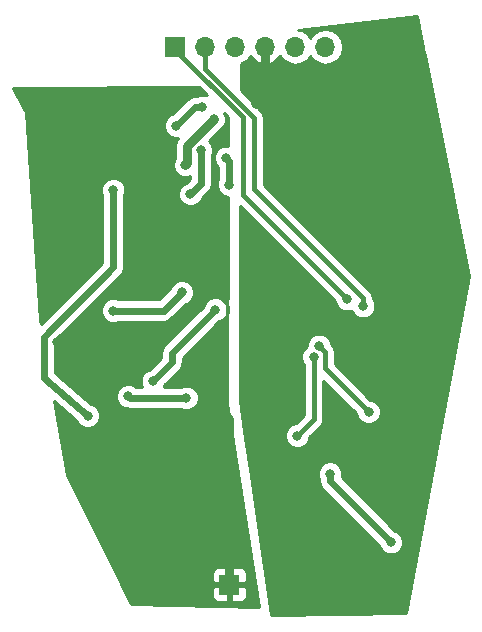
<source format=gbr>
G04 #@! TF.GenerationSoftware,KiCad,Pcbnew,no-vcs-found*
G04 #@! TF.CreationDate,2018-07-23T22:45:22+02:00*
G04 #@! TF.ProjectId,earthboot_withnewsoldermask,6561727468626F6F745F776974686E65,rev?*
G04 #@! TF.SameCoordinates,Original
G04 #@! TF.FileFunction,Copper,L2,Bot,Signal*
G04 #@! TF.FilePolarity,Positive*
%FSLAX46Y46*%
G04 Gerber Fmt 4.6, Leading zero omitted, Abs format (unit mm)*
G04 Created by KiCad (PCBNEW no-vcs-found) date Mon Jul 23 22:45:22 2018*
%MOMM*%
%LPD*%
G01*
G04 APERTURE LIST*
%ADD10R,1.700000X1.700000*%
%ADD11O,1.700000X1.700000*%
%ADD12C,0.800000*%
%ADD13C,0.600000*%
%ADD14C,0.800000*%
%ADD15C,0.400000*%
%ADD16C,0.254000*%
G04 APERTURE END LIST*
D10*
X76581000Y-71691500D03*
X72009000Y-26136600D03*
D11*
X74549000Y-26136600D03*
X77089000Y-26136600D03*
X79629000Y-26136600D03*
X82169000Y-26136600D03*
X84709000Y-26136600D03*
D12*
X72948800Y-55854600D03*
X68008500Y-55714900D03*
X86238400Y-36898900D03*
X81762600Y-32270700D03*
X89763600Y-47967900D03*
X91592400Y-47510700D03*
X92925900Y-42100500D03*
X92964000Y-40157400D03*
X84201000Y-38328600D03*
X81953100Y-39052500D03*
X79476600Y-47815500D03*
X79171800Y-56235600D03*
X80810100Y-55816500D03*
X78867000Y-30937200D03*
X66751200Y-38252400D03*
X64592200Y-57365900D03*
X74180700Y-34874200D03*
X73291700Y-38608000D03*
X74295000Y-31216600D03*
X72097900Y-32816800D03*
X65493900Y-63931800D03*
X68618100Y-65151000D03*
X61696600Y-47244000D03*
X67322700Y-51777900D03*
X66167000Y-31457900D03*
X63842900Y-31572200D03*
X67589400Y-53835300D03*
X66636900Y-62636400D03*
X61988700Y-51168300D03*
X67398900Y-50711100D03*
X73761600Y-54825900D03*
X83718400Y-52387500D03*
X82334100Y-59055000D03*
X85102700Y-62280800D03*
X90271600Y-68084700D03*
X86563200Y-47510700D03*
X87922100Y-48094900D03*
X75260200Y-32283400D03*
X72821800Y-36144200D03*
X76555600Y-37807900D03*
X76301600Y-35534600D03*
X75399900Y-48387000D03*
X70104000Y-54444900D03*
X72567800Y-46913800D03*
X66725800Y-48463200D03*
X84188300Y-51447700D03*
X88366600Y-57035700D03*
D13*
X68148200Y-55854600D02*
X72948800Y-55854600D01*
X68008500Y-55714900D02*
X68148200Y-55854600D01*
D14*
X86238400Y-36898900D02*
X86220300Y-36880800D01*
X79629000Y-26136600D02*
X79629000Y-30175200D01*
X79629000Y-30175200D02*
X78867000Y-30937200D01*
D13*
X66751200Y-44805600D02*
X66751200Y-38252400D01*
X60883800Y-50673000D02*
X66751200Y-44805600D01*
X60883800Y-54178200D02*
X60883800Y-50673000D01*
X64592200Y-57365900D02*
X60883800Y-54178200D01*
X74180700Y-37719000D02*
X74180700Y-34874200D01*
X73291700Y-38608000D02*
X74180700Y-37719000D01*
X73698100Y-31216600D02*
X74295000Y-31216600D01*
X72097900Y-32816800D02*
X73698100Y-31216600D01*
D14*
X65493900Y-63931800D02*
X65659000Y-63931800D01*
X66878200Y-65151000D02*
X68618100Y-65151000D01*
X65659000Y-63931800D02*
X66878200Y-65151000D01*
X61772800Y-47688500D02*
X61772800Y-47320200D01*
X61772800Y-47320200D02*
X61696600Y-47244000D01*
X67322700Y-51777900D02*
X67335400Y-51777900D01*
X66268600Y-33896300D02*
X66268600Y-31559500D01*
X66268600Y-31559500D02*
X66167000Y-31457900D01*
X63842900Y-31572200D02*
X63817500Y-31572200D01*
D13*
X66751200Y-54673500D02*
X67589400Y-53835300D01*
X66751200Y-62522100D02*
X66751200Y-54673500D01*
X66636900Y-62636400D02*
X66751200Y-62522100D01*
D14*
X61988700Y-51168300D02*
X62445900Y-50711100D01*
X62445900Y-50711100D02*
X67398900Y-50711100D01*
X76581000Y-71691500D02*
X76581000Y-57645300D01*
X76581000Y-57645300D02*
X73761600Y-54825900D01*
D15*
X83718400Y-57670700D02*
X83718400Y-52387500D01*
X82334100Y-59055000D02*
X83718400Y-57670700D01*
D13*
X85102700Y-62915800D02*
X85102700Y-62280800D01*
X90271600Y-68084700D02*
X85102700Y-62915800D01*
D15*
X77724000Y-32118300D02*
X72009000Y-26403300D01*
X77724000Y-38671500D02*
X77724000Y-32118300D01*
X86563200Y-47510700D02*
X77724000Y-38671500D01*
X72009000Y-26403300D02*
X72009000Y-26136600D01*
X74549000Y-26136600D02*
X74549000Y-28003500D01*
X87922100Y-47409100D02*
X87922100Y-48094900D01*
X78676500Y-38163500D02*
X87922100Y-47409100D01*
X78676500Y-32131000D02*
X78676500Y-38163500D01*
X74549000Y-28003500D02*
X78676500Y-32131000D01*
D14*
X73012300Y-34531300D02*
X75260200Y-32283400D01*
X73012300Y-35953700D02*
X73012300Y-34531300D01*
X72821800Y-36144200D02*
X73012300Y-35953700D01*
D13*
X76555600Y-35788600D02*
X76555600Y-37807900D01*
X76301600Y-35534600D02*
X76555600Y-35788600D01*
X71704200Y-52082700D02*
X75399900Y-48387000D01*
X71704200Y-52844700D02*
X71704200Y-52082700D01*
X70104000Y-54444900D02*
X71704200Y-52844700D01*
X72567800Y-46913800D02*
X71018400Y-48463200D01*
X71018400Y-48463200D02*
X66725800Y-48463200D01*
D15*
X84696300Y-51955700D02*
X84188300Y-51447700D01*
X84696300Y-53365400D02*
X84696300Y-51955700D01*
X88366600Y-57035700D02*
X84696300Y-53365400D01*
D16*
G36*
X93065054Y-26702551D02*
X93084140Y-26748281D01*
X93119274Y-26783225D01*
X93151704Y-26796555D01*
X96860584Y-45517571D01*
X91550021Y-74106102D01*
X80119598Y-74280612D01*
X78401904Y-62485771D01*
X84067521Y-62485771D01*
X84167700Y-62728224D01*
X84167700Y-62915800D01*
X84238873Y-63273609D01*
X84441555Y-63576945D01*
X89294258Y-68429647D01*
X89393658Y-68670215D01*
X89684554Y-68961619D01*
X90064823Y-69119520D01*
X90476571Y-69119879D01*
X90857115Y-68962642D01*
X91148519Y-68671746D01*
X91306420Y-68291477D01*
X91306779Y-67879729D01*
X91149542Y-67499185D01*
X90858646Y-67207781D01*
X90616368Y-67107179D01*
X86096223Y-62587033D01*
X86137520Y-62487577D01*
X86137879Y-62075829D01*
X85980642Y-61695285D01*
X85689746Y-61403881D01*
X85309477Y-61245980D01*
X84897729Y-61245621D01*
X84517185Y-61402858D01*
X84225781Y-61693754D01*
X84067880Y-62074023D01*
X84067521Y-62485771D01*
X78401904Y-62485771D01*
X77932127Y-59259971D01*
X81298921Y-59259971D01*
X81456158Y-59640515D01*
X81747054Y-59931919D01*
X82127323Y-60089820D01*
X82539071Y-60090179D01*
X82919615Y-59932942D01*
X83211019Y-59642046D01*
X83368920Y-59261777D01*
X83368973Y-59200995D01*
X84308834Y-58261134D01*
X84470074Y-58019821D01*
X84489839Y-57990241D01*
X84553400Y-57670700D01*
X84553400Y-54403368D01*
X87331473Y-57181441D01*
X87331421Y-57240671D01*
X87488658Y-57621215D01*
X87779554Y-57912619D01*
X88159823Y-58070520D01*
X88571571Y-58070879D01*
X88952115Y-57913642D01*
X89243519Y-57622746D01*
X89401420Y-57242477D01*
X89401779Y-56830729D01*
X89244542Y-56450185D01*
X88953646Y-56158781D01*
X88573377Y-56000880D01*
X88512595Y-56000827D01*
X85531300Y-53019532D01*
X85531300Y-51955700D01*
X85467739Y-51636159D01*
X85341815Y-51447700D01*
X85286734Y-51365265D01*
X85223427Y-51301958D01*
X85223479Y-51242729D01*
X85066242Y-50862185D01*
X84775346Y-50570781D01*
X84395077Y-50412880D01*
X83983329Y-50412521D01*
X83602785Y-50569758D01*
X83311381Y-50860654D01*
X83153480Y-51240923D01*
X83153253Y-51501142D01*
X83132885Y-51509558D01*
X82841481Y-51800454D01*
X82683580Y-52180723D01*
X82683221Y-52592471D01*
X82840458Y-52973015D01*
X82883400Y-53016032D01*
X82883400Y-57324832D01*
X82188359Y-58019873D01*
X82129129Y-58019821D01*
X81748585Y-58177058D01*
X81457181Y-58467954D01*
X81299280Y-58848223D01*
X81298921Y-59259971D01*
X77932127Y-59259971D01*
X77470256Y-56088459D01*
X77482651Y-55642226D01*
X77482700Y-55638964D01*
X77515967Y-39644335D01*
X85528073Y-47656442D01*
X85528021Y-47715671D01*
X85685258Y-48096215D01*
X85976154Y-48387619D01*
X86356423Y-48545520D01*
X86768171Y-48545879D01*
X86956429Y-48468093D01*
X87044158Y-48680415D01*
X87335054Y-48971819D01*
X87715323Y-49129720D01*
X88127071Y-49130079D01*
X88507615Y-48972842D01*
X88799019Y-48681946D01*
X88956920Y-48301677D01*
X88957279Y-47889929D01*
X88800042Y-47509385D01*
X88757100Y-47466368D01*
X88757100Y-47409100D01*
X88693539Y-47089559D01*
X88512534Y-46818666D01*
X79511500Y-37817632D01*
X79511500Y-32131000D01*
X79447939Y-31811459D01*
X79357436Y-31676012D01*
X79266934Y-31540565D01*
X77536421Y-29810052D01*
X77541099Y-27560765D01*
X77657285Y-27537654D01*
X78139054Y-27215747D01*
X78366702Y-26875047D01*
X78433817Y-27017958D01*
X78862076Y-27408245D01*
X79272110Y-27578076D01*
X79502000Y-27456755D01*
X79502000Y-26263600D01*
X79482000Y-26263600D01*
X79482000Y-26009600D01*
X79502000Y-26009600D01*
X79502000Y-25989600D01*
X79756000Y-25989600D01*
X79756000Y-26009600D01*
X79776000Y-26009600D01*
X79776000Y-26263600D01*
X79756000Y-26263600D01*
X79756000Y-27456755D01*
X79985890Y-27578076D01*
X80395924Y-27408245D01*
X80824183Y-27017958D01*
X80891298Y-26875047D01*
X81118946Y-27215747D01*
X81600715Y-27537654D01*
X82169000Y-27650693D01*
X82737285Y-27537654D01*
X83219054Y-27215747D01*
X83439000Y-26886574D01*
X83658946Y-27215747D01*
X84140715Y-27537654D01*
X84709000Y-27650693D01*
X85277285Y-27537654D01*
X85759054Y-27215747D01*
X86080961Y-26733978D01*
X86194000Y-26165693D01*
X86194000Y-26107507D01*
X86080961Y-25539222D01*
X85759054Y-25057453D01*
X85277285Y-24735546D01*
X84709000Y-24622507D01*
X84140715Y-24735546D01*
X83658946Y-25057453D01*
X83439000Y-25386626D01*
X83219054Y-25057453D01*
X82737285Y-24735546D01*
X82433982Y-24675215D01*
X92430709Y-23557934D01*
X93065054Y-26702551D01*
X93065054Y-26702551D01*
G37*
X93065054Y-26702551D02*
X93084140Y-26748281D01*
X93119274Y-26783225D01*
X93151704Y-26796555D01*
X96860584Y-45517571D01*
X91550021Y-74106102D01*
X80119598Y-74280612D01*
X78401904Y-62485771D01*
X84067521Y-62485771D01*
X84167700Y-62728224D01*
X84167700Y-62915800D01*
X84238873Y-63273609D01*
X84441555Y-63576945D01*
X89294258Y-68429647D01*
X89393658Y-68670215D01*
X89684554Y-68961619D01*
X90064823Y-69119520D01*
X90476571Y-69119879D01*
X90857115Y-68962642D01*
X91148519Y-68671746D01*
X91306420Y-68291477D01*
X91306779Y-67879729D01*
X91149542Y-67499185D01*
X90858646Y-67207781D01*
X90616368Y-67107179D01*
X86096223Y-62587033D01*
X86137520Y-62487577D01*
X86137879Y-62075829D01*
X85980642Y-61695285D01*
X85689746Y-61403881D01*
X85309477Y-61245980D01*
X84897729Y-61245621D01*
X84517185Y-61402858D01*
X84225781Y-61693754D01*
X84067880Y-62074023D01*
X84067521Y-62485771D01*
X78401904Y-62485771D01*
X77932127Y-59259971D01*
X81298921Y-59259971D01*
X81456158Y-59640515D01*
X81747054Y-59931919D01*
X82127323Y-60089820D01*
X82539071Y-60090179D01*
X82919615Y-59932942D01*
X83211019Y-59642046D01*
X83368920Y-59261777D01*
X83368973Y-59200995D01*
X84308834Y-58261134D01*
X84470074Y-58019821D01*
X84489839Y-57990241D01*
X84553400Y-57670700D01*
X84553400Y-54403368D01*
X87331473Y-57181441D01*
X87331421Y-57240671D01*
X87488658Y-57621215D01*
X87779554Y-57912619D01*
X88159823Y-58070520D01*
X88571571Y-58070879D01*
X88952115Y-57913642D01*
X89243519Y-57622746D01*
X89401420Y-57242477D01*
X89401779Y-56830729D01*
X89244542Y-56450185D01*
X88953646Y-56158781D01*
X88573377Y-56000880D01*
X88512595Y-56000827D01*
X85531300Y-53019532D01*
X85531300Y-51955700D01*
X85467739Y-51636159D01*
X85341815Y-51447700D01*
X85286734Y-51365265D01*
X85223427Y-51301958D01*
X85223479Y-51242729D01*
X85066242Y-50862185D01*
X84775346Y-50570781D01*
X84395077Y-50412880D01*
X83983329Y-50412521D01*
X83602785Y-50569758D01*
X83311381Y-50860654D01*
X83153480Y-51240923D01*
X83153253Y-51501142D01*
X83132885Y-51509558D01*
X82841481Y-51800454D01*
X82683580Y-52180723D01*
X82683221Y-52592471D01*
X82840458Y-52973015D01*
X82883400Y-53016032D01*
X82883400Y-57324832D01*
X82188359Y-58019873D01*
X82129129Y-58019821D01*
X81748585Y-58177058D01*
X81457181Y-58467954D01*
X81299280Y-58848223D01*
X81298921Y-59259971D01*
X77932127Y-59259971D01*
X77470256Y-56088459D01*
X77482651Y-55642226D01*
X77482700Y-55638964D01*
X77515967Y-39644335D01*
X85528073Y-47656442D01*
X85528021Y-47715671D01*
X85685258Y-48096215D01*
X85976154Y-48387619D01*
X86356423Y-48545520D01*
X86768171Y-48545879D01*
X86956429Y-48468093D01*
X87044158Y-48680415D01*
X87335054Y-48971819D01*
X87715323Y-49129720D01*
X88127071Y-49130079D01*
X88507615Y-48972842D01*
X88799019Y-48681946D01*
X88956920Y-48301677D01*
X88957279Y-47889929D01*
X88800042Y-47509385D01*
X88757100Y-47466368D01*
X88757100Y-47409100D01*
X88693539Y-47089559D01*
X88512534Y-46818666D01*
X79511500Y-37817632D01*
X79511500Y-32131000D01*
X79447939Y-31811459D01*
X79357436Y-31676012D01*
X79266934Y-31540565D01*
X77536421Y-29810052D01*
X77541099Y-27560765D01*
X77657285Y-27537654D01*
X78139054Y-27215747D01*
X78366702Y-26875047D01*
X78433817Y-27017958D01*
X78862076Y-27408245D01*
X79272110Y-27578076D01*
X79502000Y-27456755D01*
X79502000Y-26263600D01*
X79482000Y-26263600D01*
X79482000Y-26009600D01*
X79502000Y-26009600D01*
X79502000Y-25989600D01*
X79756000Y-25989600D01*
X79756000Y-26009600D01*
X79776000Y-26009600D01*
X79776000Y-26263600D01*
X79756000Y-26263600D01*
X79756000Y-27456755D01*
X79985890Y-27578076D01*
X80395924Y-27408245D01*
X80824183Y-27017958D01*
X80891298Y-26875047D01*
X81118946Y-27215747D01*
X81600715Y-27537654D01*
X82169000Y-27650693D01*
X82737285Y-27537654D01*
X83219054Y-27215747D01*
X83439000Y-26886574D01*
X83658946Y-27215747D01*
X84140715Y-27537654D01*
X84709000Y-27650693D01*
X85277285Y-27537654D01*
X85759054Y-27215747D01*
X86080961Y-26733978D01*
X86194000Y-26165693D01*
X86194000Y-26107507D01*
X86080961Y-25539222D01*
X85759054Y-25057453D01*
X85277285Y-24735546D01*
X84709000Y-24622507D01*
X84140715Y-24735546D01*
X83658946Y-25057453D01*
X83439000Y-25386626D01*
X83219054Y-25057453D01*
X82737285Y-24735546D01*
X82433982Y-24675215D01*
X92430709Y-23557934D01*
X93065054Y-26702551D01*
G36*
X74681053Y-30256222D02*
X74501777Y-30181780D01*
X74090029Y-30181421D01*
X73847576Y-30281600D01*
X73698105Y-30281600D01*
X73698100Y-30281599D01*
X73399656Y-30340964D01*
X73340291Y-30352773D01*
X73058404Y-30541123D01*
X73036955Y-30555455D01*
X71752952Y-31839458D01*
X71512385Y-31938858D01*
X71220981Y-32229754D01*
X71063080Y-32610023D01*
X71062721Y-33021771D01*
X71219958Y-33402315D01*
X71510854Y-33693719D01*
X71891123Y-33851620D01*
X72245375Y-33851929D01*
X72056085Y-34135223D01*
X71977299Y-34531300D01*
X71977300Y-34531305D01*
X71977300Y-35524792D01*
X71944881Y-35557154D01*
X71786980Y-35937423D01*
X71786800Y-36144196D01*
X71786799Y-36144200D01*
X71786800Y-36144204D01*
X71786621Y-36349171D01*
X71943858Y-36729715D01*
X72234754Y-37021119D01*
X72615023Y-37179020D01*
X72821796Y-37179200D01*
X72821800Y-37179201D01*
X72821804Y-37179200D01*
X73026771Y-37179379D01*
X73245700Y-37088920D01*
X73245700Y-37331710D01*
X72946752Y-37630658D01*
X72706185Y-37730058D01*
X72414781Y-38020954D01*
X72256880Y-38401223D01*
X72256521Y-38812971D01*
X72413758Y-39193515D01*
X72704654Y-39484919D01*
X73084923Y-39642820D01*
X73496671Y-39643179D01*
X73877215Y-39485942D01*
X74168619Y-39195046D01*
X74269221Y-38952769D01*
X74841845Y-38380145D01*
X75044527Y-38076809D01*
X75115700Y-37719000D01*
X75115700Y-35321371D01*
X75215520Y-35080977D01*
X75215879Y-34669229D01*
X75058642Y-34288685D01*
X74888783Y-34118529D01*
X75991417Y-33015894D01*
X76137119Y-32870446D01*
X76295020Y-32490177D01*
X76295200Y-32283404D01*
X76295201Y-32283400D01*
X76295200Y-32283396D01*
X76295379Y-32078429D01*
X76149004Y-31724173D01*
X76496154Y-32071323D01*
X76488101Y-34499762D01*
X76096629Y-34499421D01*
X75716085Y-34656658D01*
X75424681Y-34947554D01*
X75266780Y-35327823D01*
X75266421Y-35739571D01*
X75423658Y-36120115D01*
X75620600Y-36317401D01*
X75620600Y-37360729D01*
X75520780Y-37601123D01*
X75520421Y-38012871D01*
X75677658Y-38393415D01*
X75968554Y-38684819D01*
X76348823Y-38842720D01*
X76473700Y-38842829D01*
X76415901Y-56273279D01*
X76417362Y-56292915D01*
X79061427Y-73567471D01*
X68265732Y-73306284D01*
X67601215Y-71977250D01*
X75096000Y-71977250D01*
X75096000Y-72667810D01*
X75192673Y-72901199D01*
X75371302Y-73079827D01*
X75604691Y-73176500D01*
X76295250Y-73176500D01*
X76454000Y-73017750D01*
X76454000Y-71818500D01*
X76708000Y-71818500D01*
X76708000Y-73017750D01*
X76866750Y-73176500D01*
X77557309Y-73176500D01*
X77790698Y-73079827D01*
X77969327Y-72901199D01*
X78066000Y-72667810D01*
X78066000Y-71977250D01*
X77907250Y-71818500D01*
X76708000Y-71818500D01*
X76454000Y-71818500D01*
X75254750Y-71818500D01*
X75096000Y-71977250D01*
X67601215Y-71977250D01*
X66970185Y-70715190D01*
X75096000Y-70715190D01*
X75096000Y-71405750D01*
X75254750Y-71564500D01*
X76454000Y-71564500D01*
X76454000Y-70365250D01*
X76708000Y-70365250D01*
X76708000Y-71564500D01*
X77907250Y-71564500D01*
X78066000Y-71405750D01*
X78066000Y-70715190D01*
X77969327Y-70481801D01*
X77790698Y-70303173D01*
X77557309Y-70206500D01*
X76866750Y-70206500D01*
X76708000Y-70365250D01*
X76454000Y-70365250D01*
X76295250Y-70206500D01*
X75604691Y-70206500D01*
X75371302Y-70303173D01*
X75192673Y-70481801D01*
X75096000Y-70715190D01*
X66970185Y-70715190D01*
X62796569Y-62367958D01*
X61746732Y-56152923D01*
X63645549Y-57785126D01*
X63714258Y-57951415D01*
X64005154Y-58242819D01*
X64385423Y-58400720D01*
X64797171Y-58401079D01*
X65177715Y-58243842D01*
X65469119Y-57952946D01*
X65627020Y-57572677D01*
X65627379Y-57160929D01*
X65470142Y-56780385D01*
X65179246Y-56488981D01*
X64844872Y-56350137D01*
X64344324Y-55919871D01*
X66973321Y-55919871D01*
X67130558Y-56300415D01*
X67421454Y-56591819D01*
X67801723Y-56749720D01*
X67948353Y-56749848D01*
X68148200Y-56789600D01*
X72501629Y-56789600D01*
X72742023Y-56889420D01*
X73153771Y-56889779D01*
X73534315Y-56732542D01*
X73825719Y-56441646D01*
X73983620Y-56061377D01*
X73983979Y-55649629D01*
X73826742Y-55269085D01*
X73535846Y-54977681D01*
X73155577Y-54819780D01*
X72743829Y-54819421D01*
X72501376Y-54919600D01*
X71027569Y-54919600D01*
X71081521Y-54789669D01*
X72365345Y-53505845D01*
X72509644Y-53289885D01*
X72568027Y-53202509D01*
X72604788Y-53017700D01*
X72639201Y-52844700D01*
X72639200Y-52844695D01*
X72639200Y-52469990D01*
X75744848Y-49364342D01*
X75985415Y-49264942D01*
X76276819Y-48974046D01*
X76434720Y-48593777D01*
X76435079Y-48182029D01*
X76277842Y-47801485D01*
X75986946Y-47510081D01*
X75606677Y-47352180D01*
X75194929Y-47351821D01*
X74814385Y-47509058D01*
X74522981Y-47799954D01*
X74422379Y-48042231D01*
X71043055Y-51421555D01*
X70840373Y-51724891D01*
X70769200Y-52082700D01*
X70769200Y-52457410D01*
X69759052Y-53467558D01*
X69518485Y-53566958D01*
X69227081Y-53857854D01*
X69069180Y-54238123D01*
X69068821Y-54649871D01*
X69180270Y-54919600D01*
X68677023Y-54919600D01*
X68595546Y-54837981D01*
X68215277Y-54680080D01*
X67803529Y-54679721D01*
X67422985Y-54836958D01*
X67131581Y-55127854D01*
X66973680Y-55508123D01*
X66973321Y-55919871D01*
X64344324Y-55919871D01*
X61818800Y-53748959D01*
X61818800Y-51060290D01*
X64210919Y-48668171D01*
X65690621Y-48668171D01*
X65847858Y-49048715D01*
X66138754Y-49340119D01*
X66519023Y-49498020D01*
X66930771Y-49498379D01*
X67173224Y-49398200D01*
X71018400Y-49398200D01*
X71376209Y-49327027D01*
X71679545Y-49124345D01*
X72912747Y-47891142D01*
X73153315Y-47791742D01*
X73444719Y-47500846D01*
X73602620Y-47120577D01*
X73602979Y-46708829D01*
X73445742Y-46328285D01*
X73154846Y-46036881D01*
X72774577Y-45878980D01*
X72362829Y-45878621D01*
X71982285Y-46035858D01*
X71690881Y-46326754D01*
X71590279Y-46569032D01*
X70631110Y-47528200D01*
X67172971Y-47528200D01*
X66932577Y-47428380D01*
X66520829Y-47428021D01*
X66140285Y-47585258D01*
X65848881Y-47876154D01*
X65690980Y-48256423D01*
X65690621Y-48668171D01*
X64210919Y-48668171D01*
X67412345Y-45466745D01*
X67615027Y-45163409D01*
X67686200Y-44805600D01*
X67686200Y-38699571D01*
X67786020Y-38459177D01*
X67786379Y-38047429D01*
X67629142Y-37666885D01*
X67338246Y-37375481D01*
X66957977Y-37217580D01*
X66546229Y-37217221D01*
X66165685Y-37374458D01*
X65874281Y-37665354D01*
X65716380Y-38045623D01*
X65716021Y-38457371D01*
X65816200Y-38699824D01*
X65816200Y-44418310D01*
X60639052Y-49595458D01*
X60578250Y-49235512D01*
X59334084Y-31639443D01*
X59319070Y-31587912D01*
X58264375Y-29640783D01*
X73990268Y-29565436D01*
X74681053Y-30256222D01*
X74681053Y-30256222D01*
G37*
X74681053Y-30256222D02*
X74501777Y-30181780D01*
X74090029Y-30181421D01*
X73847576Y-30281600D01*
X73698105Y-30281600D01*
X73698100Y-30281599D01*
X73399656Y-30340964D01*
X73340291Y-30352773D01*
X73058404Y-30541123D01*
X73036955Y-30555455D01*
X71752952Y-31839458D01*
X71512385Y-31938858D01*
X71220981Y-32229754D01*
X71063080Y-32610023D01*
X71062721Y-33021771D01*
X71219958Y-33402315D01*
X71510854Y-33693719D01*
X71891123Y-33851620D01*
X72245375Y-33851929D01*
X72056085Y-34135223D01*
X71977299Y-34531300D01*
X71977300Y-34531305D01*
X71977300Y-35524792D01*
X71944881Y-35557154D01*
X71786980Y-35937423D01*
X71786800Y-36144196D01*
X71786799Y-36144200D01*
X71786800Y-36144204D01*
X71786621Y-36349171D01*
X71943858Y-36729715D01*
X72234754Y-37021119D01*
X72615023Y-37179020D01*
X72821796Y-37179200D01*
X72821800Y-37179201D01*
X72821804Y-37179200D01*
X73026771Y-37179379D01*
X73245700Y-37088920D01*
X73245700Y-37331710D01*
X72946752Y-37630658D01*
X72706185Y-37730058D01*
X72414781Y-38020954D01*
X72256880Y-38401223D01*
X72256521Y-38812971D01*
X72413758Y-39193515D01*
X72704654Y-39484919D01*
X73084923Y-39642820D01*
X73496671Y-39643179D01*
X73877215Y-39485942D01*
X74168619Y-39195046D01*
X74269221Y-38952769D01*
X74841845Y-38380145D01*
X75044527Y-38076809D01*
X75115700Y-37719000D01*
X75115700Y-35321371D01*
X75215520Y-35080977D01*
X75215879Y-34669229D01*
X75058642Y-34288685D01*
X74888783Y-34118529D01*
X75991417Y-33015894D01*
X76137119Y-32870446D01*
X76295020Y-32490177D01*
X76295200Y-32283404D01*
X76295201Y-32283400D01*
X76295200Y-32283396D01*
X76295379Y-32078429D01*
X76149004Y-31724173D01*
X76496154Y-32071323D01*
X76488101Y-34499762D01*
X76096629Y-34499421D01*
X75716085Y-34656658D01*
X75424681Y-34947554D01*
X75266780Y-35327823D01*
X75266421Y-35739571D01*
X75423658Y-36120115D01*
X75620600Y-36317401D01*
X75620600Y-37360729D01*
X75520780Y-37601123D01*
X75520421Y-38012871D01*
X75677658Y-38393415D01*
X75968554Y-38684819D01*
X76348823Y-38842720D01*
X76473700Y-38842829D01*
X76415901Y-56273279D01*
X76417362Y-56292915D01*
X79061427Y-73567471D01*
X68265732Y-73306284D01*
X67601215Y-71977250D01*
X75096000Y-71977250D01*
X75096000Y-72667810D01*
X75192673Y-72901199D01*
X75371302Y-73079827D01*
X75604691Y-73176500D01*
X76295250Y-73176500D01*
X76454000Y-73017750D01*
X76454000Y-71818500D01*
X76708000Y-71818500D01*
X76708000Y-73017750D01*
X76866750Y-73176500D01*
X77557309Y-73176500D01*
X77790698Y-73079827D01*
X77969327Y-72901199D01*
X78066000Y-72667810D01*
X78066000Y-71977250D01*
X77907250Y-71818500D01*
X76708000Y-71818500D01*
X76454000Y-71818500D01*
X75254750Y-71818500D01*
X75096000Y-71977250D01*
X67601215Y-71977250D01*
X66970185Y-70715190D01*
X75096000Y-70715190D01*
X75096000Y-71405750D01*
X75254750Y-71564500D01*
X76454000Y-71564500D01*
X76454000Y-70365250D01*
X76708000Y-70365250D01*
X76708000Y-71564500D01*
X77907250Y-71564500D01*
X78066000Y-71405750D01*
X78066000Y-70715190D01*
X77969327Y-70481801D01*
X77790698Y-70303173D01*
X77557309Y-70206500D01*
X76866750Y-70206500D01*
X76708000Y-70365250D01*
X76454000Y-70365250D01*
X76295250Y-70206500D01*
X75604691Y-70206500D01*
X75371302Y-70303173D01*
X75192673Y-70481801D01*
X75096000Y-70715190D01*
X66970185Y-70715190D01*
X62796569Y-62367958D01*
X61746732Y-56152923D01*
X63645549Y-57785126D01*
X63714258Y-57951415D01*
X64005154Y-58242819D01*
X64385423Y-58400720D01*
X64797171Y-58401079D01*
X65177715Y-58243842D01*
X65469119Y-57952946D01*
X65627020Y-57572677D01*
X65627379Y-57160929D01*
X65470142Y-56780385D01*
X65179246Y-56488981D01*
X64844872Y-56350137D01*
X64344324Y-55919871D01*
X66973321Y-55919871D01*
X67130558Y-56300415D01*
X67421454Y-56591819D01*
X67801723Y-56749720D01*
X67948353Y-56749848D01*
X68148200Y-56789600D01*
X72501629Y-56789600D01*
X72742023Y-56889420D01*
X73153771Y-56889779D01*
X73534315Y-56732542D01*
X73825719Y-56441646D01*
X73983620Y-56061377D01*
X73983979Y-55649629D01*
X73826742Y-55269085D01*
X73535846Y-54977681D01*
X73155577Y-54819780D01*
X72743829Y-54819421D01*
X72501376Y-54919600D01*
X71027569Y-54919600D01*
X71081521Y-54789669D01*
X72365345Y-53505845D01*
X72509644Y-53289885D01*
X72568027Y-53202509D01*
X72604788Y-53017700D01*
X72639201Y-52844700D01*
X72639200Y-52844695D01*
X72639200Y-52469990D01*
X75744848Y-49364342D01*
X75985415Y-49264942D01*
X76276819Y-48974046D01*
X76434720Y-48593777D01*
X76435079Y-48182029D01*
X76277842Y-47801485D01*
X75986946Y-47510081D01*
X75606677Y-47352180D01*
X75194929Y-47351821D01*
X74814385Y-47509058D01*
X74522981Y-47799954D01*
X74422379Y-48042231D01*
X71043055Y-51421555D01*
X70840373Y-51724891D01*
X70769200Y-52082700D01*
X70769200Y-52457410D01*
X69759052Y-53467558D01*
X69518485Y-53566958D01*
X69227081Y-53857854D01*
X69069180Y-54238123D01*
X69068821Y-54649871D01*
X69180270Y-54919600D01*
X68677023Y-54919600D01*
X68595546Y-54837981D01*
X68215277Y-54680080D01*
X67803529Y-54679721D01*
X67422985Y-54836958D01*
X67131581Y-55127854D01*
X66973680Y-55508123D01*
X66973321Y-55919871D01*
X64344324Y-55919871D01*
X61818800Y-53748959D01*
X61818800Y-51060290D01*
X64210919Y-48668171D01*
X65690621Y-48668171D01*
X65847858Y-49048715D01*
X66138754Y-49340119D01*
X66519023Y-49498020D01*
X66930771Y-49498379D01*
X67173224Y-49398200D01*
X71018400Y-49398200D01*
X71376209Y-49327027D01*
X71679545Y-49124345D01*
X72912747Y-47891142D01*
X73153315Y-47791742D01*
X73444719Y-47500846D01*
X73602620Y-47120577D01*
X73602979Y-46708829D01*
X73445742Y-46328285D01*
X73154846Y-46036881D01*
X72774577Y-45878980D01*
X72362829Y-45878621D01*
X71982285Y-46035858D01*
X71690881Y-46326754D01*
X71590279Y-46569032D01*
X70631110Y-47528200D01*
X67172971Y-47528200D01*
X66932577Y-47428380D01*
X66520829Y-47428021D01*
X66140285Y-47585258D01*
X65848881Y-47876154D01*
X65690980Y-48256423D01*
X65690621Y-48668171D01*
X64210919Y-48668171D01*
X67412345Y-45466745D01*
X67615027Y-45163409D01*
X67686200Y-44805600D01*
X67686200Y-38699571D01*
X67786020Y-38459177D01*
X67786379Y-38047429D01*
X67629142Y-37666885D01*
X67338246Y-37375481D01*
X66957977Y-37217580D01*
X66546229Y-37217221D01*
X66165685Y-37374458D01*
X65874281Y-37665354D01*
X65716380Y-38045623D01*
X65716021Y-38457371D01*
X65816200Y-38699824D01*
X65816200Y-44418310D01*
X60639052Y-49595458D01*
X60578250Y-49235512D01*
X59334084Y-31639443D01*
X59319070Y-31587912D01*
X58264375Y-29640783D01*
X73990268Y-29565436D01*
X74681053Y-30256222D01*
M02*

</source>
